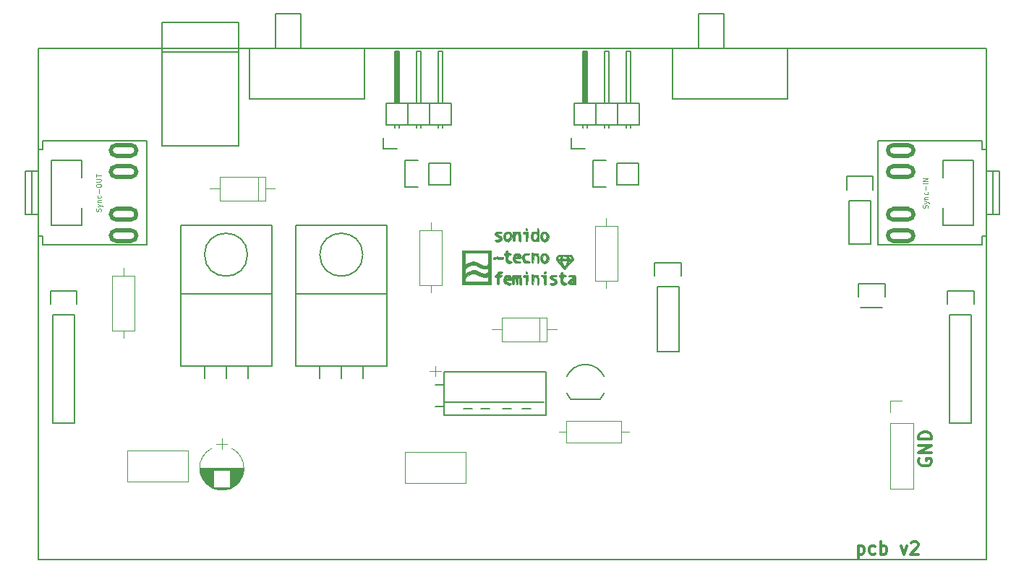
<source format=gbr>
G04 #@! TF.FileFunction,Legend,Top*
%FSLAX46Y46*%
G04 Gerber Fmt 4.6, Leading zero omitted, Abs format (unit mm)*
G04 Created by KiCad (PCBNEW 4.0.7) date Saturday, 20 '20e' October '20e' 2018 20:32:08*
%MOMM*%
%LPD*%
G01*
G04 APERTURE LIST*
%ADD10C,0.500000*%
%ADD11C,0.300000*%
%ADD12C,0.150000*%
%ADD13C,0.120000*%
%ADD14C,0.010000*%
%ADD15C,0.100000*%
G04 APERTURE END LIST*
D10*
D11*
X133779600Y-82764257D02*
X133708171Y-82907114D01*
X133708171Y-83121400D01*
X133779600Y-83335685D01*
X133922457Y-83478543D01*
X134065314Y-83549971D01*
X134351029Y-83621400D01*
X134565314Y-83621400D01*
X134851029Y-83549971D01*
X134993886Y-83478543D01*
X135136743Y-83335685D01*
X135208171Y-83121400D01*
X135208171Y-82978543D01*
X135136743Y-82764257D01*
X135065314Y-82692828D01*
X134565314Y-82692828D01*
X134565314Y-82978543D01*
X135208171Y-82049971D02*
X133708171Y-82049971D01*
X135208171Y-81192828D01*
X133708171Y-81192828D01*
X135208171Y-80478542D02*
X133708171Y-80478542D01*
X133708171Y-80121399D01*
X133779600Y-79907114D01*
X133922457Y-79764256D01*
X134065314Y-79692828D01*
X134351029Y-79621399D01*
X134565314Y-79621399D01*
X134851029Y-79692828D01*
X134993886Y-79764256D01*
X135136743Y-79907114D01*
X135208171Y-80121399D01*
X135208171Y-80478542D01*
X126610001Y-92958571D02*
X126610001Y-94458571D01*
X126610001Y-93030000D02*
X126752858Y-92958571D01*
X127038572Y-92958571D01*
X127181429Y-93030000D01*
X127252858Y-93101429D01*
X127324287Y-93244286D01*
X127324287Y-93672857D01*
X127252858Y-93815714D01*
X127181429Y-93887143D01*
X127038572Y-93958571D01*
X126752858Y-93958571D01*
X126610001Y-93887143D01*
X128610001Y-93887143D02*
X128467144Y-93958571D01*
X128181430Y-93958571D01*
X128038572Y-93887143D01*
X127967144Y-93815714D01*
X127895715Y-93672857D01*
X127895715Y-93244286D01*
X127967144Y-93101429D01*
X128038572Y-93030000D01*
X128181430Y-92958571D01*
X128467144Y-92958571D01*
X128610001Y-93030000D01*
X129252858Y-93958571D02*
X129252858Y-92458571D01*
X129252858Y-93030000D02*
X129395715Y-92958571D01*
X129681429Y-92958571D01*
X129824286Y-93030000D01*
X129895715Y-93101429D01*
X129967144Y-93244286D01*
X129967144Y-93672857D01*
X129895715Y-93815714D01*
X129824286Y-93887143D01*
X129681429Y-93958571D01*
X129395715Y-93958571D01*
X129252858Y-93887143D01*
X131610001Y-92958571D02*
X131967144Y-93958571D01*
X132324286Y-92958571D01*
X132824286Y-92601429D02*
X132895715Y-92530000D01*
X133038572Y-92458571D01*
X133395715Y-92458571D01*
X133538572Y-92530000D01*
X133610001Y-92601429D01*
X133681429Y-92744286D01*
X133681429Y-92887143D01*
X133610001Y-93101429D01*
X132752858Y-93958571D01*
X133681429Y-93958571D01*
D12*
X30600000Y-34600000D02*
X141600000Y-34600000D01*
X141600000Y-34600000D02*
X141600000Y-94600000D01*
X141600000Y-94600000D02*
X30600000Y-94600000D01*
X30600000Y-94600000D02*
X30600000Y-34600000D01*
X92489305Y-75099990D02*
G75*
G03X92977000Y-75803000I2187695J996990D01*
G01*
X96864695Y-75099990D02*
G75*
G02X96377000Y-75803000I-2187695J996990D01*
G01*
X92977000Y-75803000D02*
X96377000Y-75803000D01*
X92492121Y-73109873D02*
G75*
G02X94677000Y-71703000I2184879J-993127D01*
G01*
X96861879Y-73109873D02*
G75*
G03X94677000Y-71703000I-2184879J-993127D01*
G01*
X83450000Y-76894000D02*
X82434000Y-76894000D01*
X85990000Y-76894000D02*
X84974000Y-76894000D01*
X88276000Y-76894000D02*
X87260000Y-76894000D01*
X81418000Y-76894000D02*
X80402000Y-76894000D01*
X89800000Y-76132000D02*
X78116000Y-76132000D01*
X90054000Y-72576000D02*
X90054000Y-77656000D01*
X90054000Y-77656000D02*
X78116000Y-77656000D01*
X90054000Y-72576000D02*
X78116000Y-72576000D01*
X78100000Y-74100000D02*
X77100000Y-74100000D01*
X78116000Y-72576000D02*
X78116000Y-77656000D01*
X78100000Y-76640000D02*
X77100000Y-76640000D01*
D13*
X77100000Y-71900000D02*
X77100000Y-73100000D01*
X77750000Y-72500000D02*
X76450000Y-72500000D01*
D12*
X107900000Y-34600000D02*
X107900000Y-30600000D01*
X107900000Y-30600000D02*
X110900000Y-30600000D01*
X110900000Y-30600000D02*
X110900000Y-34600000D01*
X104850000Y-40600000D02*
X104850000Y-34600000D01*
X104850000Y-34600000D02*
X118350000Y-34600000D01*
X118350000Y-40600000D02*
X118355000Y-34600000D01*
X118350000Y-40600000D02*
X104850000Y-40600000D01*
X58400000Y-34600000D02*
X58400000Y-30600000D01*
X58400000Y-30600000D02*
X61400000Y-30600000D01*
X61400000Y-30600000D02*
X61400000Y-34600000D01*
X55350000Y-40600000D02*
X55350000Y-34600000D01*
X55350000Y-34600000D02*
X68850000Y-34600000D01*
X68850000Y-40600000D02*
X68855000Y-34600000D01*
X68850000Y-40600000D02*
X55350000Y-40600000D01*
D13*
X57180000Y-52510000D02*
X57180000Y-49690000D01*
X57180000Y-49690000D02*
X51860000Y-49690000D01*
X51860000Y-49690000D02*
X51860000Y-52510000D01*
X51860000Y-52510000D02*
X57180000Y-52510000D01*
X58320000Y-51100000D02*
X57180000Y-51100000D01*
X50720000Y-51100000D02*
X51860000Y-51100000D01*
X56340000Y-52510000D02*
X56340000Y-49690000D01*
X90180000Y-69010000D02*
X90180000Y-66190000D01*
X90180000Y-66190000D02*
X84860000Y-66190000D01*
X84860000Y-66190000D02*
X84860000Y-69010000D01*
X84860000Y-69010000D02*
X90180000Y-69010000D01*
X91320000Y-67600000D02*
X90180000Y-67600000D01*
X83720000Y-67600000D02*
X84860000Y-67600000D01*
X89340000Y-69010000D02*
X89340000Y-66190000D01*
D12*
X54100880Y-35099500D02*
X45099120Y-35099500D01*
X54100880Y-31599380D02*
X45099120Y-31599380D01*
X45099120Y-31599380D02*
X45099120Y-46100240D01*
X45099120Y-46100240D02*
X54100880Y-46100240D01*
X54100880Y-46100240D02*
X54100880Y-31599380D01*
X129750000Y-62250000D02*
X129750000Y-63800000D01*
X126650000Y-63800000D02*
X126650000Y-62250000D01*
X126650000Y-62250000D02*
X129750000Y-62250000D01*
X126930000Y-65070000D02*
X129470000Y-65070000D01*
X125530000Y-52470000D02*
X125530000Y-57550000D01*
X125530000Y-57550000D02*
X128070000Y-57550000D01*
X128070000Y-57550000D02*
X128070000Y-52470000D01*
X128350000Y-49650000D02*
X128350000Y-51200000D01*
X128070000Y-52470000D02*
X125530000Y-52470000D01*
X125250000Y-51200000D02*
X125250000Y-49650000D01*
X125250000Y-49650000D02*
X128350000Y-49650000D01*
X103080000Y-62620000D02*
X103080000Y-70240000D01*
X105620000Y-62620000D02*
X105620000Y-70240000D01*
X105900000Y-59800000D02*
X105900000Y-61350000D01*
X103080000Y-70240000D02*
X105620000Y-70240000D01*
X105620000Y-62620000D02*
X103080000Y-62620000D01*
X102800000Y-61350000D02*
X102800000Y-59800000D01*
X102800000Y-59800000D02*
X105900000Y-59800000D01*
X71050000Y-46400000D02*
X72600000Y-46400000D01*
X71050000Y-45100000D02*
X71050000Y-46400000D01*
X72473000Y-40909000D02*
X72473000Y-35067000D01*
X72473000Y-35067000D02*
X72727000Y-35067000D01*
X72727000Y-35067000D02*
X72727000Y-40909000D01*
X72727000Y-40909000D02*
X72600000Y-40909000D01*
X72600000Y-40909000D02*
X72600000Y-35067000D01*
X72346000Y-43576000D02*
X72346000Y-43957000D01*
X72854000Y-43576000D02*
X72854000Y-43957000D01*
X74886000Y-43576000D02*
X74886000Y-43957000D01*
X75394000Y-43576000D02*
X75394000Y-43957000D01*
X77426000Y-43576000D02*
X77426000Y-43957000D01*
X77934000Y-43576000D02*
X77934000Y-43957000D01*
X73870000Y-41036000D02*
X71330000Y-41036000D01*
X72854000Y-34940000D02*
X72854000Y-41036000D01*
X72346000Y-34940000D02*
X72854000Y-34940000D01*
X72346000Y-41036000D02*
X72346000Y-34940000D01*
X73870000Y-43576000D02*
X73870000Y-41036000D01*
X71330000Y-43576000D02*
X73870000Y-43576000D01*
X71330000Y-43576000D02*
X71330000Y-41036000D01*
X76410000Y-43576000D02*
X76410000Y-41036000D01*
X76410000Y-43576000D02*
X78950000Y-43576000D01*
X77426000Y-41036000D02*
X77426000Y-34940000D01*
X77426000Y-34940000D02*
X77934000Y-34940000D01*
X77934000Y-34940000D02*
X77934000Y-41036000D01*
X78950000Y-41036000D02*
X76410000Y-41036000D01*
X76410000Y-41036000D02*
X73870000Y-41036000D01*
X75394000Y-34940000D02*
X75394000Y-41036000D01*
X74886000Y-34940000D02*
X75394000Y-34940000D01*
X74886000Y-41036000D02*
X74886000Y-34940000D01*
X76410000Y-43576000D02*
X76410000Y-41036000D01*
X73870000Y-43576000D02*
X76410000Y-43576000D01*
X73870000Y-43576000D02*
X73870000Y-41036000D01*
X78950000Y-43576000D02*
X78950000Y-41036000D01*
X93050000Y-46400000D02*
X94600000Y-46400000D01*
X93050000Y-45100000D02*
X93050000Y-46400000D01*
X94473000Y-40909000D02*
X94473000Y-35067000D01*
X94473000Y-35067000D02*
X94727000Y-35067000D01*
X94727000Y-35067000D02*
X94727000Y-40909000D01*
X94727000Y-40909000D02*
X94600000Y-40909000D01*
X94600000Y-40909000D02*
X94600000Y-35067000D01*
X94346000Y-43576000D02*
X94346000Y-43957000D01*
X94854000Y-43576000D02*
X94854000Y-43957000D01*
X96886000Y-43576000D02*
X96886000Y-43957000D01*
X97394000Y-43576000D02*
X97394000Y-43957000D01*
X99426000Y-43576000D02*
X99426000Y-43957000D01*
X99934000Y-43576000D02*
X99934000Y-43957000D01*
X95870000Y-41036000D02*
X93330000Y-41036000D01*
X94854000Y-34940000D02*
X94854000Y-41036000D01*
X94346000Y-34940000D02*
X94854000Y-34940000D01*
X94346000Y-41036000D02*
X94346000Y-34940000D01*
X95870000Y-43576000D02*
X95870000Y-41036000D01*
X93330000Y-43576000D02*
X95870000Y-43576000D01*
X93330000Y-43576000D02*
X93330000Y-41036000D01*
X98410000Y-43576000D02*
X98410000Y-41036000D01*
X98410000Y-43576000D02*
X100950000Y-43576000D01*
X99426000Y-41036000D02*
X99426000Y-34940000D01*
X99426000Y-34940000D02*
X99934000Y-34940000D01*
X99934000Y-34940000D02*
X99934000Y-41036000D01*
X100950000Y-41036000D02*
X98410000Y-41036000D01*
X98410000Y-41036000D02*
X95870000Y-41036000D01*
X97394000Y-34940000D02*
X97394000Y-41036000D01*
X96886000Y-34940000D02*
X97394000Y-34940000D01*
X96886000Y-41036000D02*
X96886000Y-34940000D01*
X98410000Y-43576000D02*
X98410000Y-41036000D01*
X95870000Y-43576000D02*
X98410000Y-43576000D01*
X95870000Y-43576000D02*
X95870000Y-41036000D01*
X100950000Y-43576000D02*
X100950000Y-41036000D01*
X136524000Y-49822000D02*
X136524000Y-47790000D01*
X136524000Y-47790000D02*
X140080000Y-47790000D01*
X140080000Y-47790000D02*
X140080000Y-55410000D01*
X140080000Y-55410000D02*
X136524000Y-55410000D01*
X136524000Y-55410000D02*
X136524000Y-53378000D01*
X141096000Y-46520000D02*
X141096000Y-45504000D01*
X141096000Y-57696000D02*
X141096000Y-56680000D01*
X143128000Y-49060000D02*
X141604000Y-49060000D01*
X141604000Y-54140000D02*
X143128000Y-54140000D01*
X142366000Y-49060000D02*
X142366000Y-54140000D01*
X141096000Y-46520000D02*
X141350000Y-46520000D01*
X141350000Y-46520000D02*
X141604000Y-46520000D01*
X141604000Y-46520000D02*
X141604000Y-56680000D01*
X141604000Y-56680000D02*
X141096000Y-56680000D01*
X143128000Y-49060000D02*
X143128000Y-54140000D01*
X128904000Y-45504000D02*
X141096000Y-45504000D01*
X141096000Y-57696000D02*
X128904000Y-57696000D01*
X128904000Y-57696000D02*
X128904000Y-45504000D01*
X35676000Y-53378000D02*
X35676000Y-55410000D01*
X35676000Y-55410000D02*
X32120000Y-55410000D01*
X32120000Y-55410000D02*
X32120000Y-47790000D01*
X32120000Y-47790000D02*
X35676000Y-47790000D01*
X35676000Y-47790000D02*
X35676000Y-49822000D01*
X31104000Y-56680000D02*
X31104000Y-57696000D01*
X31104000Y-45504000D02*
X31104000Y-46520000D01*
X29072000Y-54140000D02*
X30596000Y-54140000D01*
X30596000Y-49060000D02*
X29072000Y-49060000D01*
X29834000Y-54140000D02*
X29834000Y-49060000D01*
X31104000Y-56680000D02*
X30850000Y-56680000D01*
X30850000Y-56680000D02*
X30596000Y-56680000D01*
X30596000Y-56680000D02*
X30596000Y-46520000D01*
X30596000Y-46520000D02*
X31104000Y-46520000D01*
X29072000Y-54140000D02*
X29072000Y-49060000D01*
X43296000Y-57696000D02*
X31104000Y-57696000D01*
X31104000Y-45504000D02*
X43296000Y-45504000D01*
X43296000Y-45504000D02*
X43296000Y-57696000D01*
D13*
X98410000Y-55470000D02*
X95790000Y-55470000D01*
X95790000Y-55470000D02*
X95790000Y-61890000D01*
X95790000Y-61890000D02*
X98410000Y-61890000D01*
X98410000Y-61890000D02*
X98410000Y-55470000D01*
X97100000Y-54580000D02*
X97100000Y-55470000D01*
X97100000Y-62780000D02*
X97100000Y-61890000D01*
X77910000Y-55970000D02*
X75290000Y-55970000D01*
X75290000Y-55970000D02*
X75290000Y-62390000D01*
X75290000Y-62390000D02*
X77910000Y-62390000D01*
X77910000Y-62390000D02*
X77910000Y-55970000D01*
X76600000Y-55080000D02*
X76600000Y-55970000D01*
X76600000Y-63280000D02*
X76600000Y-62390000D01*
X39290000Y-67730000D02*
X41910000Y-67730000D01*
X41910000Y-67730000D02*
X41910000Y-61310000D01*
X41910000Y-61310000D02*
X39290000Y-61310000D01*
X39290000Y-61310000D02*
X39290000Y-67730000D01*
X40600000Y-68620000D02*
X40600000Y-67730000D01*
X40600000Y-60420000D02*
X40600000Y-61310000D01*
X92470000Y-78290000D02*
X92470000Y-80910000D01*
X92470000Y-80910000D02*
X98890000Y-80910000D01*
X98890000Y-80910000D02*
X98890000Y-78290000D01*
X98890000Y-78290000D02*
X92470000Y-78290000D01*
X91580000Y-79600000D02*
X92470000Y-79600000D01*
X99780000Y-79600000D02*
X98890000Y-79600000D01*
D12*
X76370000Y-48080000D02*
X78910000Y-48080000D01*
X73550000Y-47800000D02*
X75100000Y-47800000D01*
X76370000Y-48080000D02*
X76370000Y-50620000D01*
X75100000Y-50900000D02*
X73550000Y-50900000D01*
X73550000Y-50900000D02*
X73550000Y-47800000D01*
X76370000Y-50620000D02*
X78910000Y-50620000D01*
X78910000Y-50620000D02*
X78910000Y-48080000D01*
X98370000Y-48080000D02*
X100910000Y-48080000D01*
X95550000Y-47800000D02*
X97100000Y-47800000D01*
X98370000Y-48080000D02*
X98370000Y-50620000D01*
X97100000Y-50900000D02*
X95550000Y-50900000D01*
X95550000Y-50900000D02*
X95550000Y-47800000D01*
X98370000Y-50620000D02*
X100910000Y-50620000D01*
X100910000Y-50620000D02*
X100910000Y-48080000D01*
D13*
X80660000Y-85610000D02*
X73540000Y-85610000D01*
X80660000Y-81990000D02*
X73540000Y-81990000D01*
X80660000Y-85610000D02*
X80660000Y-81990000D01*
X73540000Y-85610000D02*
X73540000Y-81990000D01*
X53279723Y-86155722D02*
G75*
G03X53280000Y-81544420I-1179723J2305722D01*
G01*
X50920277Y-86155722D02*
G75*
G02X50920000Y-81544420I1179723J2305722D01*
G01*
X50920277Y-86155722D02*
G75*
G03X53280000Y-86155580I1179723J2305722D01*
G01*
X54650000Y-83850000D02*
X49550000Y-83850000D01*
X54650000Y-83890000D02*
X49550000Y-83890000D01*
X54649000Y-83930000D02*
X49551000Y-83930000D01*
X54648000Y-83970000D02*
X49552000Y-83970000D01*
X54646000Y-84010000D02*
X49554000Y-84010000D01*
X54643000Y-84050000D02*
X49557000Y-84050000D01*
X54639000Y-84090000D02*
X49561000Y-84090000D01*
X54635000Y-84130000D02*
X53080000Y-84130000D01*
X51120000Y-84130000D02*
X49565000Y-84130000D01*
X54631000Y-84170000D02*
X53080000Y-84170000D01*
X51120000Y-84170000D02*
X49569000Y-84170000D01*
X54625000Y-84210000D02*
X53080000Y-84210000D01*
X51120000Y-84210000D02*
X49575000Y-84210000D01*
X54619000Y-84250000D02*
X53080000Y-84250000D01*
X51120000Y-84250000D02*
X49581000Y-84250000D01*
X54613000Y-84290000D02*
X53080000Y-84290000D01*
X51120000Y-84290000D02*
X49587000Y-84290000D01*
X54606000Y-84330000D02*
X53080000Y-84330000D01*
X51120000Y-84330000D02*
X49594000Y-84330000D01*
X54598000Y-84370000D02*
X53080000Y-84370000D01*
X51120000Y-84370000D02*
X49602000Y-84370000D01*
X54589000Y-84410000D02*
X53080000Y-84410000D01*
X51120000Y-84410000D02*
X49611000Y-84410000D01*
X54580000Y-84450000D02*
X53080000Y-84450000D01*
X51120000Y-84450000D02*
X49620000Y-84450000D01*
X54570000Y-84490000D02*
X53080000Y-84490000D01*
X51120000Y-84490000D02*
X49630000Y-84490000D01*
X54560000Y-84530000D02*
X53080000Y-84530000D01*
X51120000Y-84530000D02*
X49640000Y-84530000D01*
X54548000Y-84571000D02*
X53080000Y-84571000D01*
X51120000Y-84571000D02*
X49652000Y-84571000D01*
X54536000Y-84611000D02*
X53080000Y-84611000D01*
X51120000Y-84611000D02*
X49664000Y-84611000D01*
X54524000Y-84651000D02*
X53080000Y-84651000D01*
X51120000Y-84651000D02*
X49676000Y-84651000D01*
X54510000Y-84691000D02*
X53080000Y-84691000D01*
X51120000Y-84691000D02*
X49690000Y-84691000D01*
X54496000Y-84731000D02*
X53080000Y-84731000D01*
X51120000Y-84731000D02*
X49704000Y-84731000D01*
X54482000Y-84771000D02*
X53080000Y-84771000D01*
X51120000Y-84771000D02*
X49718000Y-84771000D01*
X54466000Y-84811000D02*
X53080000Y-84811000D01*
X51120000Y-84811000D02*
X49734000Y-84811000D01*
X54450000Y-84851000D02*
X53080000Y-84851000D01*
X51120000Y-84851000D02*
X49750000Y-84851000D01*
X54433000Y-84891000D02*
X53080000Y-84891000D01*
X51120000Y-84891000D02*
X49767000Y-84891000D01*
X54415000Y-84931000D02*
X53080000Y-84931000D01*
X51120000Y-84931000D02*
X49785000Y-84931000D01*
X54396000Y-84971000D02*
X53080000Y-84971000D01*
X51120000Y-84971000D02*
X49804000Y-84971000D01*
X54376000Y-85011000D02*
X53080000Y-85011000D01*
X51120000Y-85011000D02*
X49824000Y-85011000D01*
X54356000Y-85051000D02*
X53080000Y-85051000D01*
X51120000Y-85051000D02*
X49844000Y-85051000D01*
X54334000Y-85091000D02*
X53080000Y-85091000D01*
X51120000Y-85091000D02*
X49866000Y-85091000D01*
X54312000Y-85131000D02*
X53080000Y-85131000D01*
X51120000Y-85131000D02*
X49888000Y-85131000D01*
X54289000Y-85171000D02*
X53080000Y-85171000D01*
X51120000Y-85171000D02*
X49911000Y-85171000D01*
X54265000Y-85211000D02*
X53080000Y-85211000D01*
X51120000Y-85211000D02*
X49935000Y-85211000D01*
X54240000Y-85251000D02*
X53080000Y-85251000D01*
X51120000Y-85251000D02*
X49960000Y-85251000D01*
X54213000Y-85291000D02*
X53080000Y-85291000D01*
X51120000Y-85291000D02*
X49987000Y-85291000D01*
X54186000Y-85331000D02*
X53080000Y-85331000D01*
X51120000Y-85331000D02*
X50014000Y-85331000D01*
X54158000Y-85371000D02*
X53080000Y-85371000D01*
X51120000Y-85371000D02*
X50042000Y-85371000D01*
X54128000Y-85411000D02*
X53080000Y-85411000D01*
X51120000Y-85411000D02*
X50072000Y-85411000D01*
X54097000Y-85451000D02*
X53080000Y-85451000D01*
X51120000Y-85451000D02*
X50103000Y-85451000D01*
X54065000Y-85491000D02*
X53080000Y-85491000D01*
X51120000Y-85491000D02*
X50135000Y-85491000D01*
X54032000Y-85531000D02*
X53080000Y-85531000D01*
X51120000Y-85531000D02*
X50168000Y-85531000D01*
X53997000Y-85571000D02*
X53080000Y-85571000D01*
X51120000Y-85571000D02*
X50203000Y-85571000D01*
X53961000Y-85611000D02*
X53080000Y-85611000D01*
X51120000Y-85611000D02*
X50239000Y-85611000D01*
X53923000Y-85651000D02*
X53080000Y-85651000D01*
X51120000Y-85651000D02*
X50277000Y-85651000D01*
X53883000Y-85691000D02*
X53080000Y-85691000D01*
X51120000Y-85691000D02*
X50317000Y-85691000D01*
X53842000Y-85731000D02*
X53080000Y-85731000D01*
X51120000Y-85731000D02*
X50358000Y-85731000D01*
X53799000Y-85771000D02*
X53080000Y-85771000D01*
X51120000Y-85771000D02*
X50401000Y-85771000D01*
X53754000Y-85811000D02*
X53080000Y-85811000D01*
X51120000Y-85811000D02*
X50446000Y-85811000D01*
X53706000Y-85851000D02*
X53080000Y-85851000D01*
X51120000Y-85851000D02*
X50494000Y-85851000D01*
X53656000Y-85891000D02*
X53080000Y-85891000D01*
X51120000Y-85891000D02*
X50544000Y-85891000D01*
X53604000Y-85931000D02*
X53080000Y-85931000D01*
X51120000Y-85931000D02*
X50596000Y-85931000D01*
X53548000Y-85971000D02*
X53080000Y-85971000D01*
X51120000Y-85971000D02*
X50652000Y-85971000D01*
X53490000Y-86011000D02*
X53080000Y-86011000D01*
X51120000Y-86011000D02*
X50710000Y-86011000D01*
X53427000Y-86051000D02*
X53080000Y-86051000D01*
X51120000Y-86051000D02*
X50773000Y-86051000D01*
X53361000Y-86091000D02*
X50839000Y-86091000D01*
X53289000Y-86131000D02*
X50911000Y-86131000D01*
X53212000Y-86171000D02*
X50988000Y-86171000D01*
X53128000Y-86211000D02*
X51072000Y-86211000D01*
X53034000Y-86251000D02*
X51166000Y-86251000D01*
X52929000Y-86291000D02*
X51271000Y-86291000D01*
X52807000Y-86331000D02*
X51393000Y-86331000D01*
X52659000Y-86371000D02*
X51541000Y-86371000D01*
X52454000Y-86411000D02*
X51746000Y-86411000D01*
X52100000Y-80400000D02*
X52100000Y-81600000D01*
X52750000Y-81000000D02*
X51450000Y-81000000D01*
X48160000Y-85410000D02*
X41040000Y-85410000D01*
X48160000Y-81790000D02*
X41040000Y-81790000D01*
X48160000Y-85410000D02*
X48160000Y-81790000D01*
X41040000Y-85410000D02*
X41040000Y-81790000D01*
D12*
X50060000Y-71917000D02*
X50060000Y-73314000D01*
X52600000Y-71917000D02*
X52600000Y-73314000D01*
X55140000Y-71917000D02*
X55140000Y-73314000D01*
X55114472Y-58836000D02*
G75*
G03X55114472Y-58836000I-2514472J0D01*
G01*
X57934000Y-63408000D02*
X57934000Y-55407000D01*
X57934000Y-55407000D02*
X47266000Y-55407000D01*
X47266000Y-55407000D02*
X47266000Y-63408000D01*
X57934000Y-71917000D02*
X57934000Y-63408000D01*
X57934000Y-63408000D02*
X47266000Y-63408000D01*
X47266000Y-63408000D02*
X47266000Y-71917000D01*
X52600000Y-71917000D02*
X47266000Y-71917000D01*
X52600000Y-71917000D02*
X57934000Y-71917000D01*
X63560000Y-71917000D02*
X63560000Y-73314000D01*
X66100000Y-71917000D02*
X66100000Y-73314000D01*
X68640000Y-71917000D02*
X68640000Y-73314000D01*
X68614472Y-58836000D02*
G75*
G03X68614472Y-58836000I-2514472J0D01*
G01*
X71434000Y-63408000D02*
X71434000Y-55407000D01*
X71434000Y-55407000D02*
X60766000Y-55407000D01*
X60766000Y-55407000D02*
X60766000Y-63408000D01*
X71434000Y-71917000D02*
X71434000Y-63408000D01*
X71434000Y-63408000D02*
X60766000Y-63408000D01*
X60766000Y-63408000D02*
X60766000Y-71917000D01*
X66100000Y-71917000D02*
X60766000Y-71917000D01*
X66100000Y-71917000D02*
X71434000Y-71917000D01*
X32330000Y-65870000D02*
X32330000Y-78570000D01*
X32330000Y-78570000D02*
X34870000Y-78570000D01*
X34870000Y-78570000D02*
X34870000Y-65870000D01*
X32050000Y-63050000D02*
X32050000Y-64600000D01*
X32330000Y-65870000D02*
X34870000Y-65870000D01*
X35150000Y-64600000D02*
X35150000Y-63050000D01*
X35150000Y-63050000D02*
X32050000Y-63050000D01*
X137330000Y-65870000D02*
X137330000Y-78570000D01*
X137330000Y-78570000D02*
X139870000Y-78570000D01*
X139870000Y-78570000D02*
X139870000Y-65870000D01*
X137050000Y-63050000D02*
X137050000Y-64600000D01*
X137330000Y-65870000D02*
X139870000Y-65870000D01*
X140150000Y-64600000D02*
X140150000Y-63050000D01*
X140150000Y-63050000D02*
X137050000Y-63050000D01*
D14*
G36*
X84701687Y-60783611D02*
X84887869Y-60839654D01*
X84963313Y-60924682D01*
X84915093Y-60998352D01*
X84778056Y-61022000D01*
X84615596Y-61050128D01*
X84559334Y-61106666D01*
X84630246Y-61175456D01*
X84728667Y-61191333D01*
X84866571Y-61244272D01*
X84898000Y-61318333D01*
X84827414Y-61421761D01*
X84728667Y-61445333D01*
X84630809Y-61465545D01*
X84579831Y-61552934D01*
X84561140Y-61747631D01*
X84559334Y-61911000D01*
X84543451Y-62214522D01*
X84493029Y-62360074D01*
X84403910Y-62356270D01*
X84361778Y-62320222D01*
X84328672Y-62208813D01*
X84308364Y-61989585D01*
X84305334Y-61854555D01*
X84290841Y-61593312D01*
X84240933Y-61468357D01*
X84178334Y-61445333D01*
X84066085Y-61377560D01*
X84051334Y-61318333D01*
X84112113Y-61205931D01*
X84164743Y-61191333D01*
X84279185Y-61122031D01*
X84377126Y-60974111D01*
X84496246Y-60812427D01*
X84679094Y-60781253D01*
X84701687Y-60783611D01*
X84701687Y-60783611D01*
G37*
X84701687Y-60783611D02*
X84887869Y-60839654D01*
X84963313Y-60924682D01*
X84915093Y-60998352D01*
X84778056Y-61022000D01*
X84615596Y-61050128D01*
X84559334Y-61106666D01*
X84630246Y-61175456D01*
X84728667Y-61191333D01*
X84866571Y-61244272D01*
X84898000Y-61318333D01*
X84827414Y-61421761D01*
X84728667Y-61445333D01*
X84630809Y-61465545D01*
X84579831Y-61552934D01*
X84561140Y-61747631D01*
X84559334Y-61911000D01*
X84543451Y-62214522D01*
X84493029Y-62360074D01*
X84403910Y-62356270D01*
X84361778Y-62320222D01*
X84328672Y-62208813D01*
X84308364Y-61989585D01*
X84305334Y-61854555D01*
X84290841Y-61593312D01*
X84240933Y-61468357D01*
X84178334Y-61445333D01*
X84066085Y-61377560D01*
X84051334Y-61318333D01*
X84112113Y-61205931D01*
X84164743Y-61191333D01*
X84279185Y-61122031D01*
X84377126Y-60974111D01*
X84496246Y-60812427D01*
X84679094Y-60781253D01*
X84701687Y-60783611D01*
G36*
X85835033Y-61265899D02*
X85951533Y-61379505D01*
X86083334Y-61567677D01*
X86083334Y-61378026D01*
X86095356Y-61275004D01*
X86157245Y-61220788D01*
X86307734Y-61203155D01*
X86585557Y-61209880D01*
X86612500Y-61211021D01*
X87141667Y-61233666D01*
X87166702Y-61805166D01*
X87173701Y-62115719D01*
X87156449Y-62291551D01*
X87108717Y-62366312D01*
X87060869Y-62376666D01*
X86982904Y-62338555D01*
X86942412Y-62201827D01*
X86930053Y-61932889D01*
X86930000Y-61906003D01*
X86916513Y-61632161D01*
X86878672Y-61495448D01*
X86845334Y-61487666D01*
X86796565Y-61595991D01*
X86765964Y-61814364D01*
X86760667Y-61965385D01*
X86738815Y-62241202D01*
X86685566Y-62361760D01*
X86619384Y-62333625D01*
X86558730Y-62163365D01*
X86523332Y-61880963D01*
X86489349Y-61611073D01*
X86438619Y-61500539D01*
X86386402Y-61542435D01*
X86347955Y-61729837D01*
X86337334Y-61965385D01*
X86311883Y-62227105D01*
X86251064Y-62354804D01*
X86178179Y-62339947D01*
X86116529Y-62173997D01*
X86099136Y-62052646D01*
X86071094Y-61886404D01*
X85997543Y-61808365D01*
X85828738Y-61785300D01*
X85696969Y-61784000D01*
X85471575Y-61797639D01*
X85337530Y-61832095D01*
X85321334Y-61851733D01*
X85396429Y-61995707D01*
X85583831Y-62096476D01*
X85761600Y-62122666D01*
X85950746Y-62162790D01*
X85998667Y-62249666D01*
X85929510Y-62345637D01*
X85758922Y-62380641D01*
X85542229Y-62357749D01*
X85334756Y-62280037D01*
X85236667Y-62207333D01*
X85095466Y-61970174D01*
X85073921Y-61702751D01*
X85130733Y-61530000D01*
X85363667Y-61530000D01*
X85393642Y-61592782D01*
X85528003Y-61614666D01*
X85689493Y-61586294D01*
X85744667Y-61530000D01*
X85673978Y-61460527D01*
X85580330Y-61445333D01*
X85418249Y-61484211D01*
X85363667Y-61530000D01*
X85130733Y-61530000D01*
X85156283Y-61452311D01*
X85326804Y-61266101D01*
X85569734Y-61191366D01*
X85575334Y-61191333D01*
X85835033Y-61265899D01*
X85835033Y-61265899D01*
G37*
X85835033Y-61265899D02*
X85951533Y-61379505D01*
X86083334Y-61567677D01*
X86083334Y-61378026D01*
X86095356Y-61275004D01*
X86157245Y-61220788D01*
X86307734Y-61203155D01*
X86585557Y-61209880D01*
X86612500Y-61211021D01*
X87141667Y-61233666D01*
X87166702Y-61805166D01*
X87173701Y-62115719D01*
X87156449Y-62291551D01*
X87108717Y-62366312D01*
X87060869Y-62376666D01*
X86982904Y-62338555D01*
X86942412Y-62201827D01*
X86930053Y-61932889D01*
X86930000Y-61906003D01*
X86916513Y-61632161D01*
X86878672Y-61495448D01*
X86845334Y-61487666D01*
X86796565Y-61595991D01*
X86765964Y-61814364D01*
X86760667Y-61965385D01*
X86738815Y-62241202D01*
X86685566Y-62361760D01*
X86619384Y-62333625D01*
X86558730Y-62163365D01*
X86523332Y-61880963D01*
X86489349Y-61611073D01*
X86438619Y-61500539D01*
X86386402Y-61542435D01*
X86347955Y-61729837D01*
X86337334Y-61965385D01*
X86311883Y-62227105D01*
X86251064Y-62354804D01*
X86178179Y-62339947D01*
X86116529Y-62173997D01*
X86099136Y-62052646D01*
X86071094Y-61886404D01*
X85997543Y-61808365D01*
X85828738Y-61785300D01*
X85696969Y-61784000D01*
X85471575Y-61797639D01*
X85337530Y-61832095D01*
X85321334Y-61851733D01*
X85396429Y-61995707D01*
X85583831Y-62096476D01*
X85761600Y-62122666D01*
X85950746Y-62162790D01*
X85998667Y-62249666D01*
X85929510Y-62345637D01*
X85758922Y-62380641D01*
X85542229Y-62357749D01*
X85334756Y-62280037D01*
X85236667Y-62207333D01*
X85095466Y-61970174D01*
X85073921Y-61702751D01*
X85130733Y-61530000D01*
X85363667Y-61530000D01*
X85393642Y-61592782D01*
X85528003Y-61614666D01*
X85689493Y-61586294D01*
X85744667Y-61530000D01*
X85673978Y-61460527D01*
X85580330Y-61445333D01*
X85418249Y-61484211D01*
X85363667Y-61530000D01*
X85130733Y-61530000D01*
X85156283Y-61452311D01*
X85326804Y-61266101D01*
X85569734Y-61191366D01*
X85575334Y-61191333D01*
X85835033Y-61265899D01*
G36*
X87928702Y-61756085D02*
X87897791Y-62098455D01*
X87843711Y-62304296D01*
X87797834Y-62355807D01*
X87733080Y-62322754D01*
X87699525Y-62156565D01*
X87692000Y-61918055D01*
X87684869Y-61646472D01*
X87653949Y-61504067D01*
X87584952Y-61450949D01*
X87522667Y-61445333D01*
X87384763Y-61392393D01*
X87353334Y-61318333D01*
X87416712Y-61224966D01*
X87619839Y-61191681D01*
X87653535Y-61191333D01*
X87953737Y-61191333D01*
X87928702Y-61756085D01*
X87928702Y-61756085D01*
G37*
X87928702Y-61756085D02*
X87897791Y-62098455D01*
X87843711Y-62304296D01*
X87797834Y-62355807D01*
X87733080Y-62322754D01*
X87699525Y-62156565D01*
X87692000Y-61918055D01*
X87684869Y-61646472D01*
X87653949Y-61504067D01*
X87584952Y-61450949D01*
X87522667Y-61445333D01*
X87384763Y-61392393D01*
X87353334Y-61318333D01*
X87416712Y-61224966D01*
X87619839Y-61191681D01*
X87653535Y-61191333D01*
X87953737Y-61191333D01*
X87928702Y-61756085D01*
G36*
X88771500Y-61207861D02*
X89173667Y-61233666D01*
X89198702Y-61805166D01*
X89200595Y-62132720D01*
X89173885Y-62328462D01*
X89135202Y-62376666D01*
X89083381Y-62300251D01*
X89051714Y-62103450D01*
X89046667Y-61963700D01*
X89011915Y-61633397D01*
X88925633Y-61441754D01*
X88814782Y-61392312D01*
X88706325Y-61488614D01*
X88627221Y-61734201D01*
X88607603Y-61906018D01*
X88571461Y-62162092D01*
X88509725Y-62325488D01*
X88475167Y-62355937D01*
X88416691Y-62326241D01*
X88382889Y-62175540D01*
X88369822Y-61882647D01*
X88369334Y-61786416D01*
X88369334Y-61182055D01*
X88771500Y-61207861D01*
X88771500Y-61207861D01*
G37*
X88771500Y-61207861D02*
X89173667Y-61233666D01*
X89198702Y-61805166D01*
X89200595Y-62132720D01*
X89173885Y-62328462D01*
X89135202Y-62376666D01*
X89083381Y-62300251D01*
X89051714Y-62103450D01*
X89046667Y-61963700D01*
X89011915Y-61633397D01*
X88925633Y-61441754D01*
X88814782Y-61392312D01*
X88706325Y-61488614D01*
X88627221Y-61734201D01*
X88607603Y-61906018D01*
X88571461Y-62162092D01*
X88509725Y-62325488D01*
X88475167Y-62355937D01*
X88416691Y-62326241D01*
X88382889Y-62175540D01*
X88369822Y-61882647D01*
X88369334Y-61786416D01*
X88369334Y-61182055D01*
X88771500Y-61207861D01*
G36*
X90062667Y-61784000D02*
X90055198Y-62106005D01*
X90028343Y-62290299D01*
X89975427Y-62368025D01*
X89935667Y-62376666D01*
X89858357Y-62334114D01*
X89818996Y-62185217D01*
X89808667Y-61920874D01*
X89798885Y-61648369D01*
X89759539Y-61500264D01*
X89675625Y-61432256D01*
X89639334Y-61420801D01*
X89489880Y-61346874D01*
X89488938Y-61264877D01*
X89619990Y-61204658D01*
X89766334Y-61191333D01*
X90062667Y-61191333D01*
X90062667Y-61784000D01*
X90062667Y-61784000D01*
G37*
X90062667Y-61784000D02*
X90055198Y-62106005D01*
X90028343Y-62290299D01*
X89975427Y-62368025D01*
X89935667Y-62376666D01*
X89858357Y-62334114D01*
X89818996Y-62185217D01*
X89808667Y-61920874D01*
X89798885Y-61648369D01*
X89759539Y-61500264D01*
X89675625Y-61432256D01*
X89639334Y-61420801D01*
X89489880Y-61346874D01*
X89488938Y-61264877D01*
X89619990Y-61204658D01*
X89766334Y-61191333D01*
X90062667Y-61191333D01*
X90062667Y-61784000D01*
G36*
X91132533Y-61197168D02*
X91288636Y-61246946D01*
X91332667Y-61316216D01*
X91285878Y-61399846D01*
X91123695Y-61398858D01*
X91088935Y-61392353D01*
X90874442Y-61384824D01*
X90783806Y-61447208D01*
X90832109Y-61544124D01*
X90989437Y-61625762D01*
X91246963Y-61766747D01*
X91366553Y-61948023D01*
X91335438Y-62144071D01*
X91283960Y-62214376D01*
X91115055Y-62317747D01*
X90881994Y-62374370D01*
X90661273Y-62373055D01*
X90544746Y-62322524D01*
X90519188Y-62222788D01*
X90630767Y-62148604D01*
X90824667Y-62122666D01*
X91047084Y-62092271D01*
X91111120Y-62013808D01*
X91013841Y-61906361D01*
X90869223Y-61832718D01*
X90608895Y-61679049D01*
X90505424Y-61506459D01*
X90564900Y-61325494D01*
X90571562Y-61317255D01*
X90713409Y-61232405D01*
X90920595Y-61192349D01*
X91132533Y-61197168D01*
X91132533Y-61197168D01*
G37*
X91132533Y-61197168D02*
X91288636Y-61246946D01*
X91332667Y-61316216D01*
X91285878Y-61399846D01*
X91123695Y-61398858D01*
X91088935Y-61392353D01*
X90874442Y-61384824D01*
X90783806Y-61447208D01*
X90832109Y-61544124D01*
X90989437Y-61625762D01*
X91246963Y-61766747D01*
X91366553Y-61948023D01*
X91335438Y-62144071D01*
X91283960Y-62214376D01*
X91115055Y-62317747D01*
X90881994Y-62374370D01*
X90661273Y-62373055D01*
X90544746Y-62322524D01*
X90519188Y-62222788D01*
X90630767Y-62148604D01*
X90824667Y-62122666D01*
X91047084Y-62092271D01*
X91111120Y-62013808D01*
X91013841Y-61906361D01*
X90869223Y-61832718D01*
X90608895Y-61679049D01*
X90505424Y-61506459D01*
X90564900Y-61325494D01*
X90571562Y-61317255D01*
X90713409Y-61232405D01*
X90920595Y-61192349D01*
X91132533Y-61197168D01*
G36*
X91992607Y-60923502D02*
X92010000Y-61022000D01*
X92057782Y-61153213D01*
X92225301Y-61191326D01*
X92228722Y-61191333D01*
X92384048Y-61230720D01*
X92406090Y-61316823D01*
X92301867Y-61401552D01*
X92193868Y-61430055D01*
X92065419Y-61483909D01*
X92015029Y-61627147D01*
X92010000Y-61750212D01*
X92045974Y-61986337D01*
X92158167Y-62091112D01*
X92358210Y-62154860D01*
X92430961Y-62177677D01*
X92513113Y-62221216D01*
X92444068Y-62286891D01*
X92430961Y-62295258D01*
X92198065Y-62371580D01*
X91976295Y-62333987D01*
X91843646Y-62212899D01*
X91783156Y-62015942D01*
X91756101Y-61761920D01*
X91756000Y-61747232D01*
X91735099Y-61549165D01*
X91683587Y-61448509D01*
X91671334Y-61445333D01*
X91596219Y-61376756D01*
X91586667Y-61318333D01*
X91627137Y-61205586D01*
X91661459Y-61191333D01*
X91740508Y-61120871D01*
X91780532Y-61022000D01*
X91855118Y-60884584D01*
X91917407Y-60852666D01*
X91992607Y-60923502D01*
X91992607Y-60923502D01*
G37*
X91992607Y-60923502D02*
X92010000Y-61022000D01*
X92057782Y-61153213D01*
X92225301Y-61191326D01*
X92228722Y-61191333D01*
X92384048Y-61230720D01*
X92406090Y-61316823D01*
X92301867Y-61401552D01*
X92193868Y-61430055D01*
X92065419Y-61483909D01*
X92015029Y-61627147D01*
X92010000Y-61750212D01*
X92045974Y-61986337D01*
X92158167Y-62091112D01*
X92358210Y-62154860D01*
X92430961Y-62177677D01*
X92513113Y-62221216D01*
X92444068Y-62286891D01*
X92430961Y-62295258D01*
X92198065Y-62371580D01*
X91976295Y-62333987D01*
X91843646Y-62212899D01*
X91783156Y-62015942D01*
X91756101Y-61761920D01*
X91756000Y-61747232D01*
X91735099Y-61549165D01*
X91683587Y-61448509D01*
X91671334Y-61445333D01*
X91596219Y-61376756D01*
X91586667Y-61318333D01*
X91627137Y-61205586D01*
X91661459Y-61191333D01*
X91740508Y-61120871D01*
X91780532Y-61022000D01*
X91855118Y-60884584D01*
X91917407Y-60852666D01*
X91992607Y-60923502D01*
G36*
X93411669Y-61249921D02*
X93460586Y-61291307D01*
X93500400Y-61434395D01*
X93526677Y-61682063D01*
X93532704Y-61871842D01*
X93534000Y-62340684D01*
X93196835Y-62354129D01*
X92914101Y-62328226D01*
X92731169Y-62239073D01*
X92623379Y-62112859D01*
X92622397Y-62024919D01*
X92959765Y-62024919D01*
X92984773Y-62109039D01*
X93072733Y-62109585D01*
X93221221Y-62028383D01*
X93261568Y-61966414D01*
X93236561Y-61882293D01*
X93148600Y-61881747D01*
X93000113Y-61962949D01*
X92959765Y-62024919D01*
X92622397Y-62024919D01*
X92622147Y-62002643D01*
X92684327Y-61874285D01*
X92821152Y-61750097D01*
X93030269Y-61668846D01*
X93219303Y-61596174D01*
X93259208Y-61508804D01*
X93162649Y-61442015D01*
X92944833Y-61430824D01*
X92753253Y-61430478D01*
X92700425Y-61370053D01*
X92705770Y-61346158D01*
X92810716Y-61260712D01*
X93010763Y-61212746D01*
X93234788Y-61207426D01*
X93411669Y-61249921D01*
X93411669Y-61249921D01*
G37*
X93411669Y-61249921D02*
X93460586Y-61291307D01*
X93500400Y-61434395D01*
X93526677Y-61682063D01*
X93532704Y-61871842D01*
X93534000Y-62340684D01*
X93196835Y-62354129D01*
X92914101Y-62328226D01*
X92731169Y-62239073D01*
X92623379Y-62112859D01*
X92622397Y-62024919D01*
X92959765Y-62024919D01*
X92984773Y-62109039D01*
X93072733Y-62109585D01*
X93221221Y-62028383D01*
X93261568Y-61966414D01*
X93236561Y-61882293D01*
X93148600Y-61881747D01*
X93000113Y-61962949D01*
X92959765Y-62024919D01*
X92622397Y-62024919D01*
X92622147Y-62002643D01*
X92684327Y-61874285D01*
X92821152Y-61750097D01*
X93030269Y-61668846D01*
X93219303Y-61596174D01*
X93259208Y-61508804D01*
X93162649Y-61442015D01*
X92944833Y-61430824D01*
X92753253Y-61430478D01*
X92700425Y-61370053D01*
X92705770Y-61346158D01*
X92810716Y-61260712D01*
X93010763Y-61212746D01*
X93234788Y-61207426D01*
X93411669Y-61249921D01*
G36*
X83628000Y-62292000D02*
X80241334Y-62292000D01*
X80241334Y-61700759D01*
X80580000Y-61700759D01*
X80580000Y-61953333D01*
X83289334Y-61953333D01*
X83289334Y-61658815D01*
X83280167Y-61466282D01*
X83229932Y-61407876D01*
X83104527Y-61448534D01*
X83090849Y-61454732D01*
X82957036Y-61489895D01*
X82787142Y-61471422D01*
X82539591Y-61390562D01*
X82277650Y-61283584D01*
X81970879Y-61159266D01*
X81715243Y-61066963D01*
X81557756Y-61023394D01*
X81541987Y-61022000D01*
X81402769Y-61058394D01*
X81174271Y-61151933D01*
X81000519Y-61235092D01*
X80753676Y-61372917D01*
X80626961Y-61490359D01*
X80582888Y-61628930D01*
X80580000Y-61700759D01*
X80241334Y-61700759D01*
X80241334Y-60729235D01*
X80580000Y-60729235D01*
X80591484Y-60923795D01*
X80619673Y-61019843D01*
X80625148Y-61022000D01*
X80719643Y-60986723D01*
X80915386Y-60895842D01*
X81088000Y-60810333D01*
X81339444Y-60692735D01*
X81538814Y-60616939D01*
X81614352Y-60601037D01*
X81741587Y-60635389D01*
X81972962Y-60723416D01*
X82259526Y-60846427D01*
X82273334Y-60852666D01*
X82563868Y-60985401D01*
X82740833Y-61061607D01*
X82847074Y-61089623D01*
X82925439Y-61077787D01*
X83018774Y-61034436D01*
X83073683Y-61008409D01*
X83249616Y-60862369D01*
X83289334Y-60688672D01*
X83275560Y-60549068D01*
X83202596Y-60492532D01*
X83022972Y-60493020D01*
X82945419Y-60499989D01*
X82693574Y-60497341D01*
X82451967Y-60421742D01*
X82177793Y-60269393D01*
X81823165Y-60082428D01*
X81526253Y-60019672D01*
X81232049Y-60078971D01*
X80947272Y-60221235D01*
X80723223Y-60368129D01*
X80614240Y-60499642D01*
X80581057Y-60670081D01*
X80580000Y-60729235D01*
X80241334Y-60729235D01*
X80241334Y-58566666D01*
X80580000Y-58566666D01*
X80580000Y-60000289D01*
X80855167Y-59840019D01*
X81221714Y-59668040D01*
X81550033Y-59622236D01*
X81891674Y-59703895D01*
X82231000Y-59874460D01*
X82544258Y-60049305D01*
X82758560Y-60141683D01*
X82916681Y-60161789D01*
X83061394Y-60119819D01*
X83125566Y-60087687D01*
X83206771Y-60023147D01*
X83256029Y-59911421D01*
X83280923Y-59715269D01*
X83289036Y-59397450D01*
X83289334Y-59283354D01*
X83289334Y-58566666D01*
X80580000Y-58566666D01*
X80241334Y-58566666D01*
X80241334Y-58312666D01*
X83628000Y-58312666D01*
X83628000Y-62292000D01*
X83628000Y-62292000D01*
G37*
X83628000Y-62292000D02*
X80241334Y-62292000D01*
X80241334Y-61700759D01*
X80580000Y-61700759D01*
X80580000Y-61953333D01*
X83289334Y-61953333D01*
X83289334Y-61658815D01*
X83280167Y-61466282D01*
X83229932Y-61407876D01*
X83104527Y-61448534D01*
X83090849Y-61454732D01*
X82957036Y-61489895D01*
X82787142Y-61471422D01*
X82539591Y-61390562D01*
X82277650Y-61283584D01*
X81970879Y-61159266D01*
X81715243Y-61066963D01*
X81557756Y-61023394D01*
X81541987Y-61022000D01*
X81402769Y-61058394D01*
X81174271Y-61151933D01*
X81000519Y-61235092D01*
X80753676Y-61372917D01*
X80626961Y-61490359D01*
X80582888Y-61628930D01*
X80580000Y-61700759D01*
X80241334Y-61700759D01*
X80241334Y-60729235D01*
X80580000Y-60729235D01*
X80591484Y-60923795D01*
X80619673Y-61019843D01*
X80625148Y-61022000D01*
X80719643Y-60986723D01*
X80915386Y-60895842D01*
X81088000Y-60810333D01*
X81339444Y-60692735D01*
X81538814Y-60616939D01*
X81614352Y-60601037D01*
X81741587Y-60635389D01*
X81972962Y-60723416D01*
X82259526Y-60846427D01*
X82273334Y-60852666D01*
X82563868Y-60985401D01*
X82740833Y-61061607D01*
X82847074Y-61089623D01*
X82925439Y-61077787D01*
X83018774Y-61034436D01*
X83073683Y-61008409D01*
X83249616Y-60862369D01*
X83289334Y-60688672D01*
X83275560Y-60549068D01*
X83202596Y-60492532D01*
X83022972Y-60493020D01*
X82945419Y-60499989D01*
X82693574Y-60497341D01*
X82451967Y-60421742D01*
X82177793Y-60269393D01*
X81823165Y-60082428D01*
X81526253Y-60019672D01*
X81232049Y-60078971D01*
X80947272Y-60221235D01*
X80723223Y-60368129D01*
X80614240Y-60499642D01*
X80581057Y-60670081D01*
X80580000Y-60729235D01*
X80241334Y-60729235D01*
X80241334Y-58566666D01*
X80580000Y-58566666D01*
X80580000Y-60000289D01*
X80855167Y-59840019D01*
X81221714Y-59668040D01*
X81550033Y-59622236D01*
X81891674Y-59703895D01*
X82231000Y-59874460D01*
X82544258Y-60049305D01*
X82758560Y-60141683D01*
X82916681Y-60161789D01*
X83061394Y-60119819D01*
X83125566Y-60087687D01*
X83206771Y-60023147D01*
X83256029Y-59911421D01*
X83280923Y-59715269D01*
X83289036Y-59397450D01*
X83289334Y-59283354D01*
X83289334Y-58566666D01*
X80580000Y-58566666D01*
X80241334Y-58566666D01*
X80241334Y-58312666D01*
X83628000Y-58312666D01*
X83628000Y-62292000D01*
G36*
X87896152Y-60893156D02*
X87903667Y-60937333D01*
X87836901Y-61064461D01*
X87797834Y-61085500D01*
X87712858Y-61046204D01*
X87692000Y-60937333D01*
X87731012Y-60803046D01*
X87797834Y-60789166D01*
X87896152Y-60893156D01*
X87896152Y-60893156D01*
G37*
X87896152Y-60893156D02*
X87903667Y-60937333D01*
X87836901Y-61064461D01*
X87797834Y-61085500D01*
X87712858Y-61046204D01*
X87692000Y-60937333D01*
X87731012Y-60803046D01*
X87797834Y-60789166D01*
X87896152Y-60893156D01*
G36*
X90047743Y-60838957D02*
X90062667Y-60937333D01*
X90017990Y-61081403D01*
X89918581Y-61092736D01*
X89851000Y-61022000D01*
X89840590Y-60881895D01*
X89933282Y-60778199D01*
X89982997Y-60768000D01*
X90047743Y-60838957D01*
X90047743Y-60838957D01*
G37*
X90047743Y-60838957D02*
X90062667Y-60937333D01*
X90017990Y-61081403D01*
X89918581Y-61092736D01*
X89851000Y-61022000D01*
X89840590Y-60881895D01*
X89933282Y-60778199D01*
X89982997Y-60768000D01*
X90047743Y-60838957D01*
G36*
X93168912Y-59114610D02*
X93309084Y-59408553D01*
X92856995Y-59897776D01*
X92628480Y-60145440D01*
X92436464Y-60354226D01*
X92317003Y-60484917D01*
X92306108Y-60496988D01*
X92234756Y-60526821D01*
X92125995Y-60471338D01*
X91957529Y-60313719D01*
X91727654Y-60060643D01*
X91645637Y-59963666D01*
X91840667Y-59963666D01*
X91883000Y-60006000D01*
X91925334Y-59963666D01*
X91883000Y-59921333D01*
X91840667Y-59963666D01*
X91645637Y-59963666D01*
X91473302Y-59759898D01*
X91323663Y-59541771D01*
X91315206Y-59516930D01*
X91529287Y-59516930D01*
X91568799Y-59597821D01*
X91629470Y-59667852D01*
X91767599Y-59791957D01*
X91823691Y-59777512D01*
X91791268Y-59637118D01*
X91700127Y-59538619D01*
X91925334Y-59538619D01*
X91955782Y-59661585D01*
X92029541Y-59847544D01*
X92120235Y-60040163D01*
X92201486Y-60183111D01*
X92245393Y-60222162D01*
X92304812Y-60123297D01*
X92401059Y-59927888D01*
X92404056Y-59921333D01*
X92632057Y-59921333D01*
X92700958Y-59866374D01*
X92835691Y-59731843D01*
X92856667Y-59709666D01*
X92974692Y-59564182D01*
X92967405Y-59503356D01*
X92927349Y-59498000D01*
X92800921Y-59567512D01*
X92702739Y-59709666D01*
X92640948Y-59862920D01*
X92632057Y-59921333D01*
X92404056Y-59921333D01*
X92442322Y-59837649D01*
X92594388Y-59498000D01*
X92259861Y-59498000D01*
X92049216Y-59507123D01*
X91933182Y-59529880D01*
X91925334Y-59538619D01*
X91700127Y-59538619D01*
X91680207Y-59517091D01*
X91606820Y-59498000D01*
X91529287Y-59516930D01*
X91315206Y-59516930D01*
X91264592Y-59368270D01*
X91281943Y-59201406D01*
X91284539Y-59194741D01*
X91450608Y-59194741D01*
X91457325Y-59303333D01*
X91567734Y-59328666D01*
X91672707Y-59280767D01*
X91956336Y-59280767D01*
X92059736Y-59320315D01*
X92257921Y-59328666D01*
X92474964Y-59321461D01*
X92556839Y-59285080D01*
X92537567Y-59197372D01*
X92518000Y-59159333D01*
X92428851Y-59079405D01*
X92647350Y-59079405D01*
X92683720Y-59152580D01*
X92801253Y-59286169D01*
X92926861Y-59326414D01*
X93007020Y-59268738D01*
X93010177Y-59180500D01*
X92913667Y-59053965D01*
X92785709Y-59004414D01*
X92648865Y-59001197D01*
X92647350Y-59079405D01*
X92428851Y-59079405D01*
X92413113Y-59065295D01*
X92250543Y-58997850D01*
X92095265Y-58974127D01*
X92012254Y-59011256D01*
X92010000Y-59025408D01*
X91983661Y-59124932D01*
X91958608Y-59194741D01*
X91956336Y-59280767D01*
X91672707Y-59280767D01*
X91727895Y-59255585D01*
X91780532Y-59159333D01*
X91776576Y-59024060D01*
X91663407Y-58990000D01*
X91529946Y-59005555D01*
X91502000Y-59025408D01*
X91475661Y-59124932D01*
X91450608Y-59194741D01*
X91284539Y-59194741D01*
X91346257Y-59036317D01*
X91400434Y-58935565D01*
X91475450Y-58872368D01*
X91607398Y-58837982D01*
X91832372Y-58823667D01*
X92186466Y-58820679D01*
X92236627Y-58820666D01*
X93028740Y-58820666D01*
X93168912Y-59114610D01*
X93168912Y-59114610D01*
G37*
X93168912Y-59114610D02*
X93309084Y-59408553D01*
X92856995Y-59897776D01*
X92628480Y-60145440D01*
X92436464Y-60354226D01*
X92317003Y-60484917D01*
X92306108Y-60496988D01*
X92234756Y-60526821D01*
X92125995Y-60471338D01*
X91957529Y-60313719D01*
X91727654Y-60060643D01*
X91645637Y-59963666D01*
X91840667Y-59963666D01*
X91883000Y-60006000D01*
X91925334Y-59963666D01*
X91883000Y-59921333D01*
X91840667Y-59963666D01*
X91645637Y-59963666D01*
X91473302Y-59759898D01*
X91323663Y-59541771D01*
X91315206Y-59516930D01*
X91529287Y-59516930D01*
X91568799Y-59597821D01*
X91629470Y-59667852D01*
X91767599Y-59791957D01*
X91823691Y-59777512D01*
X91791268Y-59637118D01*
X91700127Y-59538619D01*
X91925334Y-59538619D01*
X91955782Y-59661585D01*
X92029541Y-59847544D01*
X92120235Y-60040163D01*
X92201486Y-60183111D01*
X92245393Y-60222162D01*
X92304812Y-60123297D01*
X92401059Y-59927888D01*
X92404056Y-59921333D01*
X92632057Y-59921333D01*
X92700958Y-59866374D01*
X92835691Y-59731843D01*
X92856667Y-59709666D01*
X92974692Y-59564182D01*
X92967405Y-59503356D01*
X92927349Y-59498000D01*
X92800921Y-59567512D01*
X92702739Y-59709666D01*
X92640948Y-59862920D01*
X92632057Y-59921333D01*
X92404056Y-59921333D01*
X92442322Y-59837649D01*
X92594388Y-59498000D01*
X92259861Y-59498000D01*
X92049216Y-59507123D01*
X91933182Y-59529880D01*
X91925334Y-59538619D01*
X91700127Y-59538619D01*
X91680207Y-59517091D01*
X91606820Y-59498000D01*
X91529287Y-59516930D01*
X91315206Y-59516930D01*
X91264592Y-59368270D01*
X91281943Y-59201406D01*
X91284539Y-59194741D01*
X91450608Y-59194741D01*
X91457325Y-59303333D01*
X91567734Y-59328666D01*
X91672707Y-59280767D01*
X91956336Y-59280767D01*
X92059736Y-59320315D01*
X92257921Y-59328666D01*
X92474964Y-59321461D01*
X92556839Y-59285080D01*
X92537567Y-59197372D01*
X92518000Y-59159333D01*
X92428851Y-59079405D01*
X92647350Y-59079405D01*
X92683720Y-59152580D01*
X92801253Y-59286169D01*
X92926861Y-59326414D01*
X93007020Y-59268738D01*
X93010177Y-59180500D01*
X92913667Y-59053965D01*
X92785709Y-59004414D01*
X92648865Y-59001197D01*
X92647350Y-59079405D01*
X92428851Y-59079405D01*
X92413113Y-59065295D01*
X92250543Y-58997850D01*
X92095265Y-58974127D01*
X92012254Y-59011256D01*
X92010000Y-59025408D01*
X91983661Y-59124932D01*
X91958608Y-59194741D01*
X91956336Y-59280767D01*
X91672707Y-59280767D01*
X91727895Y-59255585D01*
X91780532Y-59159333D01*
X91776576Y-59024060D01*
X91663407Y-58990000D01*
X91529946Y-59005555D01*
X91502000Y-59025408D01*
X91475661Y-59124932D01*
X91450608Y-59194741D01*
X91284539Y-59194741D01*
X91346257Y-59036317D01*
X91400434Y-58935565D01*
X91475450Y-58872368D01*
X91607398Y-58837982D01*
X91832372Y-58823667D01*
X92186466Y-58820679D01*
X92236627Y-58820666D01*
X93028740Y-58820666D01*
X93168912Y-59114610D01*
G36*
X85557941Y-58383502D02*
X85575334Y-58482000D01*
X85623115Y-58613213D01*
X85790634Y-58651326D01*
X85794056Y-58651333D01*
X85949382Y-58690720D01*
X85971423Y-58776823D01*
X85867200Y-58861552D01*
X85759202Y-58890055D01*
X85630752Y-58943909D01*
X85580362Y-59087147D01*
X85575334Y-59210212D01*
X85611307Y-59446337D01*
X85723500Y-59551112D01*
X85923543Y-59614860D01*
X85996294Y-59637677D01*
X86078446Y-59681216D01*
X86009401Y-59746891D01*
X85996294Y-59755258D01*
X85763398Y-59831580D01*
X85541629Y-59793987D01*
X85408979Y-59672899D01*
X85348490Y-59475942D01*
X85321434Y-59221920D01*
X85321334Y-59207232D01*
X85300433Y-59009165D01*
X85248921Y-58908509D01*
X85236667Y-58905333D01*
X85161552Y-58836756D01*
X85152000Y-58778333D01*
X85192471Y-58665586D01*
X85226792Y-58651333D01*
X85305842Y-58580871D01*
X85345866Y-58482000D01*
X85420451Y-58344584D01*
X85482740Y-58312666D01*
X85557941Y-58383502D01*
X85557941Y-58383502D01*
G37*
X85557941Y-58383502D02*
X85575334Y-58482000D01*
X85623115Y-58613213D01*
X85790634Y-58651326D01*
X85794056Y-58651333D01*
X85949382Y-58690720D01*
X85971423Y-58776823D01*
X85867200Y-58861552D01*
X85759202Y-58890055D01*
X85630752Y-58943909D01*
X85580362Y-59087147D01*
X85575334Y-59210212D01*
X85611307Y-59446337D01*
X85723500Y-59551112D01*
X85923543Y-59614860D01*
X85996294Y-59637677D01*
X86078446Y-59681216D01*
X86009401Y-59746891D01*
X85996294Y-59755258D01*
X85763398Y-59831580D01*
X85541629Y-59793987D01*
X85408979Y-59672899D01*
X85348490Y-59475942D01*
X85321434Y-59221920D01*
X85321334Y-59207232D01*
X85300433Y-59009165D01*
X85248921Y-58908509D01*
X85236667Y-58905333D01*
X85161552Y-58836756D01*
X85152000Y-58778333D01*
X85192471Y-58665586D01*
X85226792Y-58651333D01*
X85305842Y-58580871D01*
X85345866Y-58482000D01*
X85420451Y-58344584D01*
X85482740Y-58312666D01*
X85557941Y-58383502D01*
G36*
X86918262Y-58703798D02*
X87069552Y-58879653D01*
X87137010Y-59053500D01*
X87159098Y-59168845D01*
X87106997Y-59224827D01*
X86943060Y-59242704D01*
X86799647Y-59244000D01*
X86560038Y-59253666D01*
X86455499Y-59291376D01*
X86452431Y-59370197D01*
X86455275Y-59377924D01*
X86500103Y-59512892D01*
X86506667Y-59547258D01*
X86581330Y-59570457D01*
X86765419Y-59582281D01*
X86810056Y-59582666D01*
X87019718Y-59614479D01*
X87081763Y-59687322D01*
X87000432Y-59767301D01*
X86780305Y-59820492D01*
X86491602Y-59778641D01*
X86342326Y-59672325D01*
X86191362Y-59426055D01*
X86166359Y-59155625D01*
X86223082Y-58990000D01*
X86464334Y-58990000D01*
X86494309Y-59052782D01*
X86628670Y-59074666D01*
X86790160Y-59046294D01*
X86845334Y-58990000D01*
X86774645Y-58920527D01*
X86680997Y-58905333D01*
X86518915Y-58944211D01*
X86464334Y-58990000D01*
X86223082Y-58990000D01*
X86251772Y-58906231D01*
X86432059Y-58723069D01*
X86691675Y-58651336D01*
X86693467Y-58651333D01*
X86918262Y-58703798D01*
X86918262Y-58703798D01*
G37*
X86918262Y-58703798D02*
X87069552Y-58879653D01*
X87137010Y-59053500D01*
X87159098Y-59168845D01*
X87106997Y-59224827D01*
X86943060Y-59242704D01*
X86799647Y-59244000D01*
X86560038Y-59253666D01*
X86455499Y-59291376D01*
X86452431Y-59370197D01*
X86455275Y-59377924D01*
X86500103Y-59512892D01*
X86506667Y-59547258D01*
X86581330Y-59570457D01*
X86765419Y-59582281D01*
X86810056Y-59582666D01*
X87019718Y-59614479D01*
X87081763Y-59687322D01*
X87000432Y-59767301D01*
X86780305Y-59820492D01*
X86491602Y-59778641D01*
X86342326Y-59672325D01*
X86191362Y-59426055D01*
X86166359Y-59155625D01*
X86223082Y-58990000D01*
X86464334Y-58990000D01*
X86494309Y-59052782D01*
X86628670Y-59074666D01*
X86790160Y-59046294D01*
X86845334Y-58990000D01*
X86774645Y-58920527D01*
X86680997Y-58905333D01*
X86518915Y-58944211D01*
X86464334Y-58990000D01*
X86223082Y-58990000D01*
X86251772Y-58906231D01*
X86432059Y-58723069D01*
X86691675Y-58651336D01*
X86693467Y-58651333D01*
X86918262Y-58703798D01*
G36*
X88094794Y-58707782D02*
X88115334Y-58778333D01*
X88007893Y-58837320D01*
X87894027Y-58840435D01*
X87684974Y-58884018D01*
X87558980Y-59055012D01*
X87537716Y-59302380D01*
X87577912Y-59461598D01*
X87684883Y-59536974D01*
X87887748Y-59566923D01*
X88105761Y-59608748D01*
X88179987Y-59681408D01*
X88177561Y-59693923D01*
X88069690Y-59784227D01*
X87867909Y-59815556D01*
X87637499Y-59786651D01*
X87459167Y-59707783D01*
X87313853Y-59512701D01*
X87262708Y-59244747D01*
X87307917Y-58973221D01*
X87430080Y-58785500D01*
X87577142Y-58709434D01*
X87773143Y-58670747D01*
X87963791Y-58670007D01*
X88094794Y-58707782D01*
X88094794Y-58707782D01*
G37*
X88094794Y-58707782D02*
X88115334Y-58778333D01*
X88007893Y-58837320D01*
X87894027Y-58840435D01*
X87684974Y-58884018D01*
X87558980Y-59055012D01*
X87537716Y-59302380D01*
X87577912Y-59461598D01*
X87684883Y-59536974D01*
X87887748Y-59566923D01*
X88105761Y-59608748D01*
X88179987Y-59681408D01*
X88177561Y-59693923D01*
X88069690Y-59784227D01*
X87867909Y-59815556D01*
X87637499Y-59786651D01*
X87459167Y-59707783D01*
X87313853Y-59512701D01*
X87262708Y-59244747D01*
X87307917Y-58973221D01*
X87430080Y-58785500D01*
X87577142Y-58709434D01*
X87773143Y-58670747D01*
X87963791Y-58670007D01*
X88094794Y-58707782D01*
G36*
X88771500Y-58667861D02*
X89173667Y-58693666D01*
X89198702Y-59265166D01*
X89200595Y-59592720D01*
X89173885Y-59788462D01*
X89135202Y-59836666D01*
X89083381Y-59760251D01*
X89051714Y-59563450D01*
X89046667Y-59423700D01*
X89011915Y-59093397D01*
X88925633Y-58901754D01*
X88814782Y-58852312D01*
X88706325Y-58948614D01*
X88627221Y-59194201D01*
X88607603Y-59366018D01*
X88571461Y-59622092D01*
X88509725Y-59785488D01*
X88475167Y-59815937D01*
X88416691Y-59786241D01*
X88382889Y-59635540D01*
X88369822Y-59342647D01*
X88369334Y-59246416D01*
X88369334Y-58642055D01*
X88771500Y-58667861D01*
X88771500Y-58667861D01*
G37*
X88771500Y-58667861D02*
X89173667Y-58693666D01*
X89198702Y-59265166D01*
X89200595Y-59592720D01*
X89173885Y-59788462D01*
X89135202Y-59836666D01*
X89083381Y-59760251D01*
X89051714Y-59563450D01*
X89046667Y-59423700D01*
X89011915Y-59093397D01*
X88925633Y-58901754D01*
X88814782Y-58852312D01*
X88706325Y-58948614D01*
X88627221Y-59194201D01*
X88607603Y-59366018D01*
X88571461Y-59622092D01*
X88509725Y-59785488D01*
X88475167Y-59815937D01*
X88416691Y-59786241D01*
X88382889Y-59635540D01*
X88369822Y-59342647D01*
X88369334Y-59246416D01*
X88369334Y-58642055D01*
X88771500Y-58667861D01*
G36*
X90093202Y-58699288D02*
X90269533Y-58839505D01*
X90380428Y-59101105D01*
X90375196Y-59360646D01*
X90278928Y-59589723D01*
X90116713Y-59759935D01*
X89913641Y-59842878D01*
X89694803Y-59810149D01*
X89525456Y-59681833D01*
X89418155Y-59458937D01*
X89390870Y-59180199D01*
X89640048Y-59180199D01*
X89640791Y-59389466D01*
X89695778Y-59526222D01*
X89850196Y-59583254D01*
X90019073Y-59537255D01*
X90095942Y-59448741D01*
X90141561Y-59192595D01*
X90087863Y-58984981D01*
X89956655Y-58865438D01*
X89777065Y-58870597D01*
X89688705Y-58981174D01*
X89640048Y-59180199D01*
X89390870Y-59180199D01*
X89389323Y-59164396D01*
X89443856Y-58879077D01*
X89472979Y-58815100D01*
X89627881Y-58683177D01*
X89856534Y-58645244D01*
X90093202Y-58699288D01*
X90093202Y-58699288D01*
G37*
X90093202Y-58699288D02*
X90269533Y-58839505D01*
X90380428Y-59101105D01*
X90375196Y-59360646D01*
X90278928Y-59589723D01*
X90116713Y-59759935D01*
X89913641Y-59842878D01*
X89694803Y-59810149D01*
X89525456Y-59681833D01*
X89418155Y-59458937D01*
X89390870Y-59180199D01*
X89640048Y-59180199D01*
X89640791Y-59389466D01*
X89695778Y-59526222D01*
X89850196Y-59583254D01*
X90019073Y-59537255D01*
X90095942Y-59448741D01*
X90141561Y-59192595D01*
X90087863Y-58984981D01*
X89956655Y-58865438D01*
X89777065Y-58870597D01*
X89688705Y-58981174D01*
X89640048Y-59180199D01*
X89390870Y-59180199D01*
X89389323Y-59164396D01*
X89443856Y-58879077D01*
X89472979Y-58815100D01*
X89627881Y-58683177D01*
X89856534Y-58645244D01*
X90093202Y-58699288D01*
G36*
X84498005Y-59095489D02*
X84728853Y-59142101D01*
X84900610Y-59134118D01*
X85040158Y-59142404D01*
X85067334Y-59212250D01*
X84997635Y-59348681D01*
X84805953Y-59396967D01*
X84518409Y-59351054D01*
X84496599Y-59344535D01*
X84186142Y-59296681D01*
X84038385Y-59335596D01*
X83915311Y-59374125D01*
X83882006Y-59288917D01*
X83882000Y-59286583D01*
X83955123Y-59149641D01*
X84138319Y-59070383D01*
X84377332Y-59065642D01*
X84498005Y-59095489D01*
X84498005Y-59095489D01*
G37*
X84498005Y-59095489D02*
X84728853Y-59142101D01*
X84900610Y-59134118D01*
X85040158Y-59142404D01*
X85067334Y-59212250D01*
X84997635Y-59348681D01*
X84805953Y-59396967D01*
X84518409Y-59351054D01*
X84496599Y-59344535D01*
X84186142Y-59296681D01*
X84038385Y-59335596D01*
X83915311Y-59374125D01*
X83882006Y-59288917D01*
X83882000Y-59286583D01*
X83955123Y-59149641D01*
X84138319Y-59070383D01*
X84377332Y-59065642D01*
X84498005Y-59095489D01*
G36*
X84805641Y-56131710D02*
X84880297Y-56195297D01*
X84876502Y-56217166D01*
X84776331Y-56287496D01*
X84623533Y-56296833D01*
X84417852Y-56309073D01*
X84350553Y-56385642D01*
X84432194Y-56488319D01*
X84554770Y-56545762D01*
X84812297Y-56686747D01*
X84931886Y-56868023D01*
X84900771Y-57064071D01*
X84849293Y-57134376D01*
X84680389Y-57237747D01*
X84447327Y-57294370D01*
X84226607Y-57293055D01*
X84110080Y-57242524D01*
X84084353Y-57142881D01*
X84196347Y-57068945D01*
X84394997Y-57042666D01*
X84588498Y-57005670D01*
X84635614Y-56915288D01*
X84536818Y-56802428D01*
X84390193Y-56729989D01*
X84152996Y-56588208D01*
X84065608Y-56422768D01*
X84118163Y-56266383D01*
X84300796Y-56151767D01*
X84576756Y-56111333D01*
X84805641Y-56131710D01*
X84805641Y-56131710D01*
G37*
X84805641Y-56131710D02*
X84880297Y-56195297D01*
X84876502Y-56217166D01*
X84776331Y-56287496D01*
X84623533Y-56296833D01*
X84417852Y-56309073D01*
X84350553Y-56385642D01*
X84432194Y-56488319D01*
X84554770Y-56545762D01*
X84812297Y-56686747D01*
X84931886Y-56868023D01*
X84900771Y-57064071D01*
X84849293Y-57134376D01*
X84680389Y-57237747D01*
X84447327Y-57294370D01*
X84226607Y-57293055D01*
X84110080Y-57242524D01*
X84084353Y-57142881D01*
X84196347Y-57068945D01*
X84394997Y-57042666D01*
X84588498Y-57005670D01*
X84635614Y-56915288D01*
X84536818Y-56802428D01*
X84390193Y-56729989D01*
X84152996Y-56588208D01*
X84065608Y-56422768D01*
X84118163Y-56266383D01*
X84300796Y-56151767D01*
X84576756Y-56111333D01*
X84805641Y-56131710D01*
G36*
X85715465Y-56128992D02*
X85922919Y-56266256D01*
X86055151Y-56509212D01*
X86083334Y-56718711D01*
X86019736Y-57000713D01*
X85856370Y-57200525D01*
X85634378Y-57298271D01*
X85394900Y-57274077D01*
X85207456Y-57141833D01*
X85096187Y-56916533D01*
X85081187Y-56738332D01*
X85321451Y-56738332D01*
X85346529Y-56932668D01*
X85381349Y-56989793D01*
X85505668Y-57028456D01*
X85614183Y-57025071D01*
X85752653Y-56946482D01*
X85812246Y-56741602D01*
X85812490Y-56739121D01*
X85790225Y-56500744D01*
X85691226Y-56348510D01*
X85546479Y-56314225D01*
X85448334Y-56365333D01*
X85358512Y-56520076D01*
X85321451Y-56738332D01*
X85081187Y-56738332D01*
X85072508Y-56635225D01*
X85135156Y-56374368D01*
X85222167Y-56251455D01*
X85469607Y-56117399D01*
X85715465Y-56128992D01*
X85715465Y-56128992D01*
G37*
X85715465Y-56128992D02*
X85922919Y-56266256D01*
X86055151Y-56509212D01*
X86083334Y-56718711D01*
X86019736Y-57000713D01*
X85856370Y-57200525D01*
X85634378Y-57298271D01*
X85394900Y-57274077D01*
X85207456Y-57141833D01*
X85096187Y-56916533D01*
X85081187Y-56738332D01*
X85321451Y-56738332D01*
X85346529Y-56932668D01*
X85381349Y-56989793D01*
X85505668Y-57028456D01*
X85614183Y-57025071D01*
X85752653Y-56946482D01*
X85812246Y-56741602D01*
X85812490Y-56739121D01*
X85790225Y-56500744D01*
X85691226Y-56348510D01*
X85546479Y-56314225D01*
X85448334Y-56365333D01*
X85358512Y-56520076D01*
X85321451Y-56738332D01*
X85081187Y-56738332D01*
X85072508Y-56635225D01*
X85135156Y-56374368D01*
X85222167Y-56251455D01*
X85469607Y-56117399D01*
X85715465Y-56128992D01*
G36*
X86612500Y-56139081D02*
X87057000Y-56153666D01*
X87082035Y-56725166D01*
X87089034Y-57035719D01*
X87071783Y-57211551D01*
X87024050Y-57286312D01*
X86976202Y-57296666D01*
X86896835Y-57257215D01*
X86856462Y-57116434D01*
X86845334Y-56845111D01*
X86834849Y-56533991D01*
X86794592Y-56367793D01*
X86711357Y-56322915D01*
X86580201Y-56371291D01*
X86478408Y-56470886D01*
X86430817Y-56657297D01*
X86422000Y-56876312D01*
X86403711Y-57162455D01*
X86346698Y-57288961D01*
X86247740Y-57261761D01*
X86224445Y-57240222D01*
X86194902Y-57131811D01*
X86174470Y-56906080D01*
X86168000Y-56654136D01*
X86168000Y-56124495D01*
X86612500Y-56139081D01*
X86612500Y-56139081D01*
G37*
X86612500Y-56139081D02*
X87057000Y-56153666D01*
X87082035Y-56725166D01*
X87089034Y-57035719D01*
X87071783Y-57211551D01*
X87024050Y-57286312D01*
X86976202Y-57296666D01*
X86896835Y-57257215D01*
X86856462Y-57116434D01*
X86845334Y-56845111D01*
X86834849Y-56533991D01*
X86794592Y-56367793D01*
X86711357Y-56322915D01*
X86580201Y-56371291D01*
X86478408Y-56470886D01*
X86430817Y-56657297D01*
X86422000Y-56876312D01*
X86403711Y-57162455D01*
X86346698Y-57288961D01*
X86247740Y-57261761D01*
X86224445Y-57240222D01*
X86194902Y-57131811D01*
X86174470Y-56906080D01*
X86168000Y-56654136D01*
X86168000Y-56124495D01*
X86612500Y-56139081D01*
G36*
X87928702Y-56676085D02*
X87897791Y-57018455D01*
X87843711Y-57224296D01*
X87797834Y-57275807D01*
X87733080Y-57242754D01*
X87699525Y-57076565D01*
X87692000Y-56838055D01*
X87684869Y-56566472D01*
X87653949Y-56424067D01*
X87584952Y-56370949D01*
X87522667Y-56365333D01*
X87384763Y-56312393D01*
X87353334Y-56238333D01*
X87416712Y-56144966D01*
X87619839Y-56111681D01*
X87653535Y-56111333D01*
X87953737Y-56111333D01*
X87928702Y-56676085D01*
X87928702Y-56676085D01*
G37*
X87928702Y-56676085D02*
X87897791Y-57018455D01*
X87843711Y-57224296D01*
X87797834Y-57275807D01*
X87733080Y-57242754D01*
X87699525Y-57076565D01*
X87692000Y-56838055D01*
X87684869Y-56566472D01*
X87653949Y-56424067D01*
X87584952Y-56370949D01*
X87522667Y-56365333D01*
X87384763Y-56312393D01*
X87353334Y-56238333D01*
X87416712Y-56144966D01*
X87619839Y-56111681D01*
X87653535Y-56111333D01*
X87953737Y-56111333D01*
X87928702Y-56676085D01*
G36*
X89171535Y-55768102D02*
X89200327Y-55990582D01*
X89214831Y-56328700D01*
X89216000Y-56474342D01*
X89216000Y-57260684D01*
X88886080Y-57273840D01*
X88572174Y-57235792D01*
X88420414Y-57136998D01*
X88317285Y-56919580D01*
X88299414Y-56734530D01*
X88538583Y-56734530D01*
X88560558Y-56927678D01*
X88595111Y-56986222D01*
X88751843Y-57039275D01*
X88929331Y-56955978D01*
X88945067Y-56941066D01*
X89037306Y-56770635D01*
X89037060Y-56580670D01*
X88966073Y-56415973D01*
X88846088Y-56321349D01*
X88698848Y-56341603D01*
X88665667Y-56365333D01*
X88576917Y-56518062D01*
X88538583Y-56734530D01*
X88299414Y-56734530D01*
X88289500Y-56631887D01*
X88339137Y-56356306D01*
X88397872Y-56242881D01*
X88551678Y-56130975D01*
X88778872Y-56127368D01*
X88963473Y-56139798D01*
X89035288Y-56075226D01*
X89046667Y-55927336D01*
X89072569Y-55755437D01*
X89131334Y-55688000D01*
X89171535Y-55768102D01*
X89171535Y-55768102D01*
G37*
X89171535Y-55768102D02*
X89200327Y-55990582D01*
X89214831Y-56328700D01*
X89216000Y-56474342D01*
X89216000Y-57260684D01*
X88886080Y-57273840D01*
X88572174Y-57235792D01*
X88420414Y-57136998D01*
X88317285Y-56919580D01*
X88299414Y-56734530D01*
X88538583Y-56734530D01*
X88560558Y-56927678D01*
X88595111Y-56986222D01*
X88751843Y-57039275D01*
X88929331Y-56955978D01*
X88945067Y-56941066D01*
X89037306Y-56770635D01*
X89037060Y-56580670D01*
X88966073Y-56415973D01*
X88846088Y-56321349D01*
X88698848Y-56341603D01*
X88665667Y-56365333D01*
X88576917Y-56518062D01*
X88538583Y-56734530D01*
X88299414Y-56734530D01*
X88289500Y-56631887D01*
X88339137Y-56356306D01*
X88397872Y-56242881D01*
X88551678Y-56130975D01*
X88778872Y-56127368D01*
X88963473Y-56139798D01*
X89035288Y-56075226D01*
X89046667Y-55927336D01*
X89072569Y-55755437D01*
X89131334Y-55688000D01*
X89171535Y-55768102D01*
G36*
X90093202Y-56159288D02*
X90269533Y-56299505D01*
X90380428Y-56561105D01*
X90375196Y-56820646D01*
X90278928Y-57049723D01*
X90116713Y-57219935D01*
X89913641Y-57302878D01*
X89694803Y-57270149D01*
X89525456Y-57141833D01*
X89418155Y-56918937D01*
X89390870Y-56640199D01*
X89640048Y-56640199D01*
X89640791Y-56849466D01*
X89695778Y-56986222D01*
X89850196Y-57043254D01*
X90019073Y-56997255D01*
X90095942Y-56908741D01*
X90141561Y-56652595D01*
X90087863Y-56444981D01*
X89956655Y-56325438D01*
X89777065Y-56330597D01*
X89688705Y-56441174D01*
X89640048Y-56640199D01*
X89390870Y-56640199D01*
X89389323Y-56624396D01*
X89443856Y-56339077D01*
X89472979Y-56275100D01*
X89627881Y-56143177D01*
X89856534Y-56105244D01*
X90093202Y-56159288D01*
X90093202Y-56159288D01*
G37*
X90093202Y-56159288D02*
X90269533Y-56299505D01*
X90380428Y-56561105D01*
X90375196Y-56820646D01*
X90278928Y-57049723D01*
X90116713Y-57219935D01*
X89913641Y-57302878D01*
X89694803Y-57270149D01*
X89525456Y-57141833D01*
X89418155Y-56918937D01*
X89390870Y-56640199D01*
X89640048Y-56640199D01*
X89640791Y-56849466D01*
X89695778Y-56986222D01*
X89850196Y-57043254D01*
X90019073Y-56997255D01*
X90095942Y-56908741D01*
X90141561Y-56652595D01*
X90087863Y-56444981D01*
X89956655Y-56325438D01*
X89777065Y-56330597D01*
X89688705Y-56441174D01*
X89640048Y-56640199D01*
X89390870Y-56640199D01*
X89389323Y-56624396D01*
X89443856Y-56339077D01*
X89472979Y-56275100D01*
X89627881Y-56143177D01*
X89856534Y-56105244D01*
X90093202Y-56159288D01*
G36*
X87896152Y-55813156D02*
X87903667Y-55857333D01*
X87836901Y-55984461D01*
X87797834Y-56005500D01*
X87712858Y-55966204D01*
X87692000Y-55857333D01*
X87731012Y-55723046D01*
X87797834Y-55709166D01*
X87896152Y-55813156D01*
X87896152Y-55813156D01*
G37*
X87896152Y-55813156D02*
X87903667Y-55857333D01*
X87836901Y-55984461D01*
X87797834Y-56005500D01*
X87712858Y-55966204D01*
X87692000Y-55857333D01*
X87731012Y-55723046D01*
X87797834Y-55709166D01*
X87896152Y-55813156D01*
D13*
X130405600Y-86253400D02*
X133065600Y-86253400D01*
X130405600Y-78573400D02*
X130405600Y-86253400D01*
X133065600Y-78573400D02*
X133065600Y-86253400D01*
X130405600Y-78573400D02*
X133065600Y-78573400D01*
X130405600Y-77303400D02*
X130405600Y-75973400D01*
X130405600Y-75973400D02*
X131735600Y-75973400D01*
D10*
X132465000Y-55975000D02*
X130715000Y-55975000D01*
X132465000Y-57225000D02*
X130715000Y-57225000D01*
X130715000Y-55975000D02*
G75*
G03X130715000Y-57225000I0J-625000D01*
G01*
X132465000Y-57225000D02*
G75*
G03X132465000Y-55975000I0J625000D01*
G01*
X132465000Y-45975000D02*
X130715000Y-45975000D01*
X132465000Y-47225000D02*
X130715000Y-47225000D01*
X130715000Y-45975000D02*
G75*
G03X130715000Y-47225000I0J-625000D01*
G01*
X132465000Y-47225000D02*
G75*
G03X132465000Y-45975000I0J625000D01*
G01*
X132465000Y-53475000D02*
X130715000Y-53475000D01*
X132465000Y-54725000D02*
X130715000Y-54725000D01*
X130715000Y-53475000D02*
G75*
G03X130715000Y-54725000I0J-625000D01*
G01*
X132465000Y-54725000D02*
G75*
G03X132465000Y-53475000I0J625000D01*
G01*
X132465000Y-48475000D02*
X130715000Y-48475000D01*
X132465000Y-49725000D02*
X130715000Y-49725000D01*
X130715000Y-48475000D02*
G75*
G03X130715000Y-49725000I0J-625000D01*
G01*
X132465000Y-49725000D02*
G75*
G03X132465000Y-48475000I0J625000D01*
G01*
X39735000Y-47225000D02*
X41485000Y-47225000D01*
X39735000Y-45975000D02*
X41485000Y-45975000D01*
X41485000Y-47225000D02*
G75*
G03X41485000Y-45975000I0J625000D01*
G01*
X39735000Y-45975000D02*
G75*
G03X39735000Y-47225000I0J-625000D01*
G01*
X39735000Y-57225000D02*
X41485000Y-57225000D01*
X39735000Y-55975000D02*
X41485000Y-55975000D01*
X41485000Y-57225000D02*
G75*
G03X41485000Y-55975000I0J625000D01*
G01*
X39735000Y-55975000D02*
G75*
G03X39735000Y-57225000I0J-625000D01*
G01*
X39735000Y-49725000D02*
X41485000Y-49725000D01*
X39735000Y-48475000D02*
X41485000Y-48475000D01*
X41485000Y-49725000D02*
G75*
G03X41485000Y-48475000I0J625000D01*
G01*
X39735000Y-48475000D02*
G75*
G03X39735000Y-49725000I0J-625000D01*
G01*
X39735000Y-54725000D02*
X41485000Y-54725000D01*
X39735000Y-53475000D02*
X41485000Y-53475000D01*
X41485000Y-54725000D02*
G75*
G03X41485000Y-53475000I0J625000D01*
G01*
X39735000Y-53475000D02*
G75*
G03X39735000Y-54725000I0J-625000D01*
G01*
D15*
X134734857Y-53357142D02*
X134763429Y-53271428D01*
X134763429Y-53128571D01*
X134734857Y-53071428D01*
X134706286Y-53042857D01*
X134649143Y-53014285D01*
X134592000Y-53014285D01*
X134534857Y-53042857D01*
X134506286Y-53071428D01*
X134477714Y-53128571D01*
X134449143Y-53242857D01*
X134420571Y-53299999D01*
X134392000Y-53328571D01*
X134334857Y-53357142D01*
X134277714Y-53357142D01*
X134220571Y-53328571D01*
X134192000Y-53299999D01*
X134163429Y-53242857D01*
X134163429Y-53099999D01*
X134192000Y-53014285D01*
X134363429Y-52814285D02*
X134763429Y-52671428D01*
X134363429Y-52528570D02*
X134763429Y-52671428D01*
X134906286Y-52728570D01*
X134934857Y-52757142D01*
X134963429Y-52814285D01*
X134363429Y-52299999D02*
X134763429Y-52299999D01*
X134420571Y-52299999D02*
X134392000Y-52271427D01*
X134363429Y-52214285D01*
X134363429Y-52128570D01*
X134392000Y-52071427D01*
X134449143Y-52042856D01*
X134763429Y-52042856D01*
X134734857Y-51499999D02*
X134763429Y-51557142D01*
X134763429Y-51671428D01*
X134734857Y-51728570D01*
X134706286Y-51757142D01*
X134649143Y-51785713D01*
X134477714Y-51785713D01*
X134420571Y-51757142D01*
X134392000Y-51728570D01*
X134363429Y-51671428D01*
X134363429Y-51557142D01*
X134392000Y-51499999D01*
X134534857Y-51242856D02*
X134534857Y-50785713D01*
X134763429Y-50499999D02*
X134163429Y-50499999D01*
X134763429Y-50214285D02*
X134163429Y-50214285D01*
X134763429Y-49871428D01*
X134163429Y-49871428D01*
X37950857Y-53757142D02*
X37979429Y-53671428D01*
X37979429Y-53528571D01*
X37950857Y-53471428D01*
X37922286Y-53442857D01*
X37865143Y-53414285D01*
X37808000Y-53414285D01*
X37750857Y-53442857D01*
X37722286Y-53471428D01*
X37693714Y-53528571D01*
X37665143Y-53642857D01*
X37636571Y-53699999D01*
X37608000Y-53728571D01*
X37550857Y-53757142D01*
X37493714Y-53757142D01*
X37436571Y-53728571D01*
X37408000Y-53699999D01*
X37379429Y-53642857D01*
X37379429Y-53499999D01*
X37408000Y-53414285D01*
X37579429Y-53214285D02*
X37979429Y-53071428D01*
X37579429Y-52928570D02*
X37979429Y-53071428D01*
X38122286Y-53128570D01*
X38150857Y-53157142D01*
X38179429Y-53214285D01*
X37579429Y-52699999D02*
X37979429Y-52699999D01*
X37636571Y-52699999D02*
X37608000Y-52671427D01*
X37579429Y-52614285D01*
X37579429Y-52528570D01*
X37608000Y-52471427D01*
X37665143Y-52442856D01*
X37979429Y-52442856D01*
X37950857Y-51899999D02*
X37979429Y-51957142D01*
X37979429Y-52071428D01*
X37950857Y-52128570D01*
X37922286Y-52157142D01*
X37865143Y-52185713D01*
X37693714Y-52185713D01*
X37636571Y-52157142D01*
X37608000Y-52128570D01*
X37579429Y-52071428D01*
X37579429Y-51957142D01*
X37608000Y-51899999D01*
X37750857Y-51642856D02*
X37750857Y-51185713D01*
X37379429Y-50785713D02*
X37379429Y-50671427D01*
X37408000Y-50614285D01*
X37465143Y-50557142D01*
X37579429Y-50528570D01*
X37779429Y-50528570D01*
X37893714Y-50557142D01*
X37950857Y-50614285D01*
X37979429Y-50671427D01*
X37979429Y-50785713D01*
X37950857Y-50842856D01*
X37893714Y-50899999D01*
X37779429Y-50928570D01*
X37579429Y-50928570D01*
X37465143Y-50899999D01*
X37408000Y-50842856D01*
X37379429Y-50785713D01*
X37379429Y-50271428D02*
X37865143Y-50271428D01*
X37922286Y-50242856D01*
X37950857Y-50214285D01*
X37979429Y-50157142D01*
X37979429Y-50042856D01*
X37950857Y-49985714D01*
X37922286Y-49957142D01*
X37865143Y-49928571D01*
X37379429Y-49928571D01*
X37379429Y-49728571D02*
X37379429Y-49385714D01*
X37979429Y-49557143D02*
X37379429Y-49557143D01*
M02*

</source>
